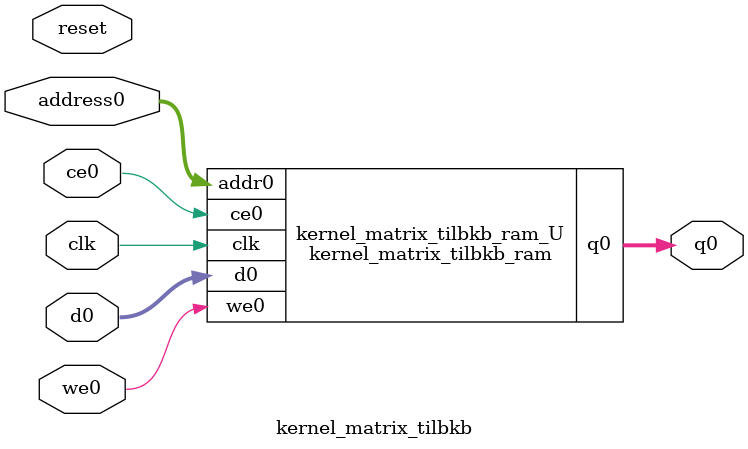
<source format=v>

`timescale 1 ns / 1 ps
module kernel_matrix_tilbkb_ram (addr0, ce0, d0, we0, q0,  clk);

parameter DWIDTH = 32;
parameter AWIDTH = 17;
parameter MEM_SIZE = 78400;

input[AWIDTH-1:0] addr0;
input ce0;
input[DWIDTH-1:0] d0;
input we0;
output reg[DWIDTH-1:0] q0;
input clk;

(* ram_style = "block" *)reg [DWIDTH-1:0] ram[0:MEM_SIZE-1];




always @(posedge clk)  
begin 
    if (ce0) 
    begin
        if (we0) 
        begin 
            ram[addr0] <= d0; 
            q0 <= d0;
        end 
        else 
            q0 <= ram[addr0];
    end
end


endmodule


`timescale 1 ns / 1 ps
module kernel_matrix_tilbkb(
    reset,
    clk,
    address0,
    ce0,
    we0,
    d0,
    q0);

parameter DataWidth = 32'd32;
parameter AddressRange = 32'd78400;
parameter AddressWidth = 32'd17;
input reset;
input clk;
input[AddressWidth - 1:0] address0;
input ce0;
input we0;
input[DataWidth - 1:0] d0;
output[DataWidth - 1:0] q0;



kernel_matrix_tilbkb_ram kernel_matrix_tilbkb_ram_U(
    .clk( clk ),
    .addr0( address0 ),
    .ce0( ce0 ),
    .we0( we0 ),
    .d0( d0 ),
    .q0( q0 ));

endmodule


</source>
